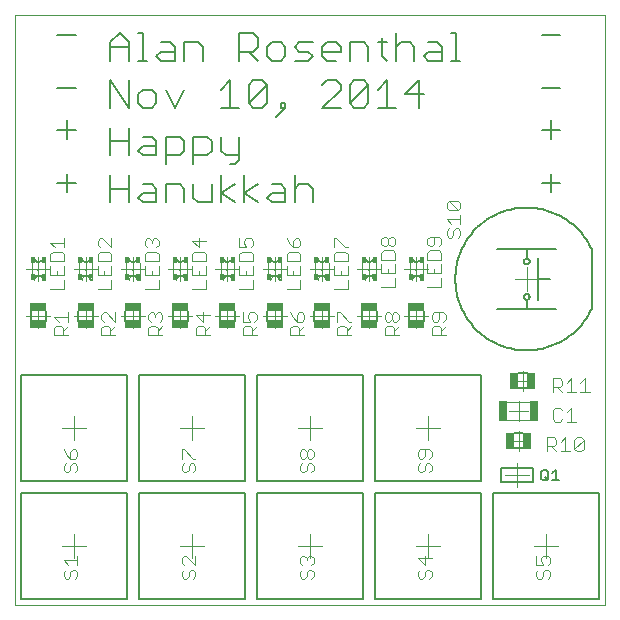
<source format=gto>
G75*
%MOIN*%
%OFA0B0*%
%FSLAX24Y24*%
%IPPOS*%
%LPD*%
%AMOC8*
5,1,8,0,0,1.08239X$1,22.5*
%
%ADD10C,0.0000*%
%ADD11C,0.0080*%
%ADD12C,0.0050*%
%ADD13C,0.0040*%
%ADD14R,0.0128X0.0197*%
%ADD15R,0.0059X0.0098*%
%ADD16R,0.0157X0.0069*%
%ADD17R,0.0079X0.0079*%
%ADD18R,0.0118X0.0118*%
%ADD19R,0.0128X0.0030*%
%ADD20R,0.0295X0.0669*%
%ADD21C,0.0060*%
%ADD22R,0.0256X0.0551*%
%ADD23R,0.0551X0.0256*%
D10*
X000180Y000180D02*
X000180Y019865D01*
X019865Y019865D01*
X019865Y000180D01*
X000180Y000180D01*
X001749Y002149D02*
X002549Y002149D01*
X002149Y001749D02*
X002149Y002549D01*
X002149Y005686D02*
X002149Y006486D01*
X001749Y006086D02*
X002549Y006086D01*
X005686Y006086D02*
X006486Y006086D01*
X006086Y005686D02*
X006086Y006486D01*
X005692Y009426D02*
X005692Y010226D01*
X005292Y009826D02*
X006092Y009826D01*
X006867Y009826D02*
X007667Y009826D01*
X007267Y009426D02*
X007267Y010226D01*
X007267Y011000D02*
X007267Y011800D01*
X006867Y011400D02*
X007667Y011400D01*
X008441Y011400D02*
X009241Y011400D01*
X008841Y011000D02*
X008841Y011800D01*
X010016Y011400D02*
X010816Y011400D01*
X010416Y011000D02*
X010416Y011800D01*
X011591Y011400D02*
X012391Y011400D01*
X011991Y011000D02*
X011991Y011800D01*
X013166Y011400D02*
X013966Y011400D01*
X013566Y011000D02*
X013566Y011800D01*
X013566Y010226D02*
X013566Y009426D01*
X013166Y009826D02*
X013966Y009826D01*
X012391Y009826D02*
X011591Y009826D01*
X011991Y009426D02*
X011991Y010226D01*
X010816Y009826D02*
X010016Y009826D01*
X010416Y009426D02*
X010416Y010226D01*
X009241Y009826D02*
X008441Y009826D01*
X008841Y009426D02*
X008841Y010226D01*
X006092Y011400D02*
X005292Y011400D01*
X005692Y011000D02*
X005692Y011800D01*
X004517Y011400D02*
X003717Y011400D01*
X004117Y011000D02*
X004117Y011800D01*
X002942Y011400D02*
X002142Y011400D01*
X002542Y011000D02*
X002542Y011800D01*
X001367Y011400D02*
X000567Y011400D01*
X000967Y011000D02*
X000967Y011800D01*
X000967Y010226D02*
X000967Y009426D01*
X000567Y009826D02*
X001367Y009826D01*
X002142Y009826D02*
X002942Y009826D01*
X002542Y009426D02*
X002542Y010226D01*
X003717Y009826D02*
X004517Y009826D01*
X004117Y009426D02*
X004117Y010226D01*
X009623Y006086D02*
X010423Y006086D01*
X010023Y005686D02*
X010023Y006486D01*
X013560Y006086D02*
X014360Y006086D01*
X013960Y005686D02*
X013960Y006486D01*
X016514Y004511D02*
X017310Y004511D01*
X016912Y004113D02*
X016912Y004909D01*
X016971Y005337D02*
X016971Y005976D01*
X016652Y005656D02*
X017291Y005656D01*
X016971Y006332D02*
X016971Y006981D01*
X016647Y006656D02*
X017296Y006656D01*
X017109Y007329D02*
X017109Y007992D01*
X016778Y007660D02*
X017440Y007660D01*
X017243Y010654D02*
X017243Y011454D01*
X016843Y011054D02*
X017643Y011054D01*
X017897Y002549D02*
X017897Y001749D01*
X017497Y002149D02*
X018297Y002149D01*
X014360Y002149D02*
X013560Y002149D01*
X013960Y001749D02*
X013960Y002549D01*
X010423Y002149D02*
X009623Y002149D01*
X010023Y001749D02*
X010023Y002549D01*
X006486Y002149D02*
X005686Y002149D01*
X006086Y001749D02*
X006086Y002549D01*
D11*
X016399Y004291D02*
X016399Y004741D01*
X017449Y004741D01*
X017449Y004291D01*
X016399Y004291D01*
X010122Y013606D02*
X010122Y014066D01*
X009969Y014220D01*
X009662Y014220D01*
X009508Y014066D01*
X009201Y014066D02*
X009201Y013606D01*
X008741Y013606D01*
X008587Y013759D01*
X008741Y013913D01*
X009201Y013913D01*
X009201Y014066D02*
X009048Y014220D01*
X008741Y014220D01*
X008280Y014220D02*
X007820Y013913D01*
X008280Y013606D01*
X007820Y013606D02*
X007820Y014527D01*
X007513Y014220D02*
X007053Y013913D01*
X007513Y013606D01*
X007053Y013606D02*
X007053Y014527D01*
X007360Y014874D02*
X007513Y014874D01*
X007667Y015027D01*
X007667Y015794D01*
X007667Y015181D02*
X007206Y015181D01*
X007053Y015334D01*
X007053Y015794D01*
X006746Y015641D02*
X006746Y015334D01*
X006592Y015181D01*
X006132Y015181D01*
X005825Y015334D02*
X005672Y015181D01*
X005211Y015181D01*
X004904Y015181D02*
X004444Y015181D01*
X004290Y015334D01*
X004444Y015488D01*
X004904Y015488D01*
X004904Y015641D02*
X004904Y015181D01*
X005211Y014874D02*
X005211Y015794D01*
X005672Y015794D01*
X005825Y015641D01*
X005825Y015334D01*
X006132Y014874D02*
X006132Y015794D01*
X006592Y015794D01*
X006746Y015641D01*
X007053Y016755D02*
X007667Y016755D01*
X007974Y016909D02*
X008587Y017523D01*
X008587Y016909D01*
X008434Y016755D01*
X008127Y016755D01*
X007974Y016909D01*
X007974Y017523D01*
X008127Y017676D01*
X008434Y017676D01*
X008587Y017523D01*
X009048Y016909D02*
X009048Y016755D01*
X009201Y016755D01*
X009201Y016909D01*
X009048Y016909D01*
X009201Y016755D02*
X008894Y016449D01*
X007360Y016755D02*
X007360Y017676D01*
X007053Y017369D01*
X007667Y018330D02*
X007667Y019251D01*
X008127Y019251D01*
X008280Y019098D01*
X008280Y018791D01*
X008127Y018637D01*
X007667Y018637D01*
X007974Y018637D02*
X008280Y018330D01*
X008587Y018484D02*
X008741Y018330D01*
X009048Y018330D01*
X009201Y018484D01*
X009201Y018791D01*
X009048Y018944D01*
X008741Y018944D01*
X008587Y018791D01*
X008587Y018484D01*
X009508Y018330D02*
X009969Y018330D01*
X010122Y018484D01*
X009969Y018637D01*
X009662Y018637D01*
X009508Y018791D01*
X009662Y018944D01*
X010122Y018944D01*
X010429Y018791D02*
X010582Y018944D01*
X010889Y018944D01*
X011043Y018791D01*
X011043Y018637D01*
X010429Y018637D01*
X010429Y018484D02*
X010429Y018791D01*
X010429Y018484D02*
X010582Y018330D01*
X010889Y018330D01*
X011350Y018330D02*
X011350Y018944D01*
X011810Y018944D01*
X011964Y018791D01*
X011964Y018330D01*
X012424Y018484D02*
X012577Y018330D01*
X012424Y018484D02*
X012424Y019098D01*
X012271Y018944D02*
X012577Y018944D01*
X012884Y018791D02*
X013038Y018944D01*
X013345Y018944D01*
X013498Y018791D01*
X013498Y018330D01*
X013805Y018484D02*
X013959Y018637D01*
X014419Y018637D01*
X014419Y018791D02*
X014419Y018330D01*
X013959Y018330D01*
X013805Y018484D01*
X013959Y018944D02*
X014266Y018944D01*
X014419Y018791D01*
X014726Y019251D02*
X014879Y019251D01*
X014879Y018330D01*
X014726Y018330D02*
X015033Y018330D01*
X013652Y017676D02*
X013191Y017216D01*
X013805Y017216D01*
X013652Y017676D02*
X013652Y016755D01*
X012884Y016755D02*
X012271Y016755D01*
X012577Y016755D02*
X012577Y017676D01*
X012271Y017369D01*
X011964Y017523D02*
X011964Y016909D01*
X011810Y016755D01*
X011503Y016755D01*
X011350Y016909D01*
X011964Y017523D01*
X011810Y017676D01*
X011503Y017676D01*
X011350Y017523D01*
X011350Y016909D01*
X011043Y016755D02*
X010429Y016755D01*
X011043Y017369D01*
X011043Y017523D01*
X010889Y017676D01*
X010582Y017676D01*
X010429Y017523D01*
X012884Y018330D02*
X012884Y019251D01*
X009508Y014527D02*
X009508Y013606D01*
X006746Y013606D02*
X006746Y014220D01*
X006132Y014220D02*
X006132Y013759D01*
X006285Y013606D01*
X006746Y013606D01*
X005825Y013606D02*
X005825Y014066D01*
X005672Y014220D01*
X005211Y014220D01*
X005211Y013606D01*
X004904Y013606D02*
X004444Y013606D01*
X004290Y013759D01*
X004444Y013913D01*
X004904Y013913D01*
X004904Y014066D02*
X004904Y013606D01*
X004904Y014066D02*
X004751Y014220D01*
X004444Y014220D01*
X003983Y014066D02*
X003370Y014066D01*
X003370Y013606D02*
X003370Y014527D01*
X003983Y014527D02*
X003983Y013606D01*
X003983Y015181D02*
X003983Y016101D01*
X003983Y015641D02*
X003370Y015641D01*
X003370Y015181D02*
X003370Y016101D01*
X003370Y016755D02*
X003370Y017676D01*
X003983Y016755D01*
X003983Y017676D01*
X004290Y017216D02*
X004290Y016909D01*
X004444Y016755D01*
X004751Y016755D01*
X004904Y016909D01*
X004904Y017216D01*
X004751Y017369D01*
X004444Y017369D01*
X004290Y017216D01*
X005211Y017369D02*
X005518Y016755D01*
X005825Y017369D01*
X005825Y018330D02*
X005825Y018944D01*
X006285Y018944D01*
X006439Y018791D01*
X006439Y018330D01*
X005518Y018330D02*
X005058Y018330D01*
X004904Y018484D01*
X005058Y018637D01*
X005518Y018637D01*
X005518Y018791D02*
X005518Y018330D01*
X005518Y018791D02*
X005365Y018944D01*
X005058Y018944D01*
X004444Y019251D02*
X004444Y018330D01*
X004597Y018330D02*
X004290Y018330D01*
X003983Y018330D02*
X003983Y018944D01*
X003677Y019251D01*
X003370Y018944D01*
X003370Y018330D01*
X003370Y018791D02*
X003983Y018791D01*
X004290Y019251D02*
X004444Y019251D01*
X002212Y019184D02*
X001598Y019184D01*
X001598Y017413D02*
X002212Y017413D01*
X001905Y016342D02*
X001905Y015728D01*
X001598Y016035D02*
X002212Y016035D01*
X001905Y014570D02*
X001905Y013956D01*
X001598Y014263D02*
X002212Y014263D01*
X004444Y015794D02*
X004751Y015794D01*
X004904Y015641D01*
X017740Y016035D02*
X018354Y016035D01*
X018047Y016342D02*
X018047Y015728D01*
X018047Y014570D02*
X018047Y013956D01*
X017740Y014263D02*
X018354Y014263D01*
X018354Y017413D02*
X017740Y017413D01*
X017740Y019184D02*
X018354Y019184D01*
D12*
X018227Y012038D02*
X017243Y012038D01*
X017243Y011743D01*
X017145Y011645D02*
X017147Y011664D01*
X017152Y011683D01*
X017162Y011699D01*
X017174Y011714D01*
X017189Y011726D01*
X017205Y011736D01*
X017224Y011741D01*
X017243Y011743D01*
X017262Y011741D01*
X017281Y011736D01*
X017297Y011726D01*
X017312Y011714D01*
X017324Y011699D01*
X017334Y011683D01*
X017339Y011664D01*
X017341Y011645D01*
X017339Y011626D01*
X017334Y011607D01*
X017324Y011591D01*
X017312Y011576D01*
X017297Y011564D01*
X017281Y011554D01*
X017262Y011549D01*
X017243Y011547D01*
X017224Y011549D01*
X017205Y011554D01*
X017189Y011564D01*
X017174Y011576D01*
X017162Y011591D01*
X017152Y011607D01*
X017147Y011626D01*
X017145Y011645D01*
X017243Y012038D02*
X016259Y012038D01*
X019409Y012038D02*
X019367Y012125D01*
X019322Y012211D01*
X019273Y012294D01*
X019222Y012375D01*
X019166Y012454D01*
X019108Y012531D01*
X019047Y012605D01*
X018982Y012677D01*
X018915Y012746D01*
X018845Y012812D01*
X018773Y012876D01*
X018698Y012936D01*
X018620Y012994D01*
X018540Y013048D01*
X018459Y013099D01*
X018375Y013147D01*
X018289Y013191D01*
X018202Y013231D01*
X018113Y013268D01*
X018022Y013302D01*
X017931Y013331D01*
X017838Y013357D01*
X017744Y013380D01*
X017649Y013398D01*
X017554Y013413D01*
X017458Y013423D01*
X017362Y013430D01*
X017266Y013433D01*
X017169Y013432D01*
X017073Y013427D01*
X016977Y013418D01*
X016882Y013405D01*
X016787Y013389D01*
X016692Y013368D01*
X016599Y013344D01*
X016507Y013316D01*
X016416Y013285D01*
X016326Y013249D01*
X016238Y013210D01*
X016151Y013168D01*
X016067Y013122D01*
X015984Y013072D01*
X015903Y013020D01*
X015825Y012964D01*
X015748Y012905D01*
X015675Y012843D01*
X015603Y012778D01*
X015535Y012710D01*
X015469Y012639D01*
X015406Y012566D01*
X015347Y012491D01*
X015290Y012413D01*
X015237Y012332D01*
X015187Y012250D01*
X015140Y012166D01*
X015096Y012080D01*
X015057Y011992D01*
X015020Y011903D01*
X014988Y011812D01*
X014959Y011720D01*
X014934Y011627D01*
X014913Y011533D01*
X014895Y011438D01*
X014882Y011342D01*
X014872Y011247D01*
X014866Y011150D01*
X014864Y011054D01*
X014866Y010958D01*
X014872Y010861D01*
X014882Y010766D01*
X014895Y010670D01*
X014913Y010575D01*
X014934Y010481D01*
X014959Y010388D01*
X014988Y010296D01*
X015020Y010205D01*
X015057Y010116D01*
X015096Y010028D01*
X015140Y009942D01*
X015187Y009858D01*
X015237Y009776D01*
X015290Y009695D01*
X015347Y009617D01*
X015406Y009542D01*
X015469Y009469D01*
X015535Y009398D01*
X015603Y009330D01*
X015675Y009265D01*
X015748Y009203D01*
X015825Y009144D01*
X015903Y009088D01*
X015984Y009036D01*
X016067Y008986D01*
X016151Y008940D01*
X016238Y008898D01*
X016326Y008859D01*
X016416Y008823D01*
X016507Y008792D01*
X016599Y008764D01*
X016692Y008740D01*
X016787Y008719D01*
X016882Y008703D01*
X016977Y008690D01*
X017073Y008681D01*
X017169Y008676D01*
X017266Y008675D01*
X017362Y008678D01*
X017458Y008685D01*
X017554Y008695D01*
X017649Y008710D01*
X017744Y008728D01*
X017838Y008751D01*
X017931Y008777D01*
X018022Y008806D01*
X018113Y008840D01*
X018202Y008877D01*
X018289Y008917D01*
X018375Y008961D01*
X018459Y009009D01*
X018540Y009060D01*
X018620Y009114D01*
X018698Y009172D01*
X018773Y009232D01*
X018845Y009296D01*
X018915Y009362D01*
X018982Y009431D01*
X019047Y009503D01*
X019108Y009577D01*
X019166Y009654D01*
X019222Y009733D01*
X019273Y009814D01*
X019322Y009897D01*
X019367Y009983D01*
X019409Y010070D01*
X019408Y010070D02*
X019408Y012038D01*
X018030Y011054D02*
X017637Y011054D01*
X017637Y010365D01*
X017243Y010365D02*
X017243Y010070D01*
X016259Y010070D01*
X017243Y010070D02*
X018227Y010070D01*
X017145Y010463D02*
X017147Y010482D01*
X017152Y010501D01*
X017162Y010517D01*
X017174Y010532D01*
X017189Y010544D01*
X017205Y010554D01*
X017224Y010559D01*
X017243Y010561D01*
X017262Y010559D01*
X017281Y010554D01*
X017297Y010544D01*
X017312Y010532D01*
X017324Y010517D01*
X017334Y010501D01*
X017339Y010482D01*
X017341Y010463D01*
X017339Y010444D01*
X017334Y010425D01*
X017324Y010409D01*
X017312Y010394D01*
X017297Y010382D01*
X017281Y010372D01*
X017262Y010367D01*
X017243Y010365D01*
X017224Y010367D01*
X017205Y010372D01*
X017189Y010382D01*
X017174Y010394D01*
X017162Y010409D01*
X017152Y010425D01*
X017147Y010444D01*
X017145Y010463D01*
X017637Y011054D02*
X017637Y011743D01*
X015731Y007857D02*
X015731Y004314D01*
X012188Y004314D01*
X012188Y007857D01*
X015731Y007857D01*
X017783Y004689D02*
X017900Y004689D01*
X017958Y004631D01*
X017958Y004397D01*
X017900Y004339D01*
X017783Y004339D01*
X017725Y004397D01*
X017725Y004631D01*
X017783Y004689D01*
X017841Y004456D02*
X017958Y004339D01*
X018093Y004339D02*
X018327Y004339D01*
X018210Y004339D02*
X018210Y004689D01*
X018093Y004572D01*
X019668Y003920D02*
X019668Y000377D01*
X016125Y000377D01*
X016125Y003920D01*
X019668Y003920D01*
X015731Y003920D02*
X015731Y000377D01*
X012188Y000377D01*
X012188Y003920D01*
X015731Y003920D01*
X011794Y003920D02*
X011794Y000377D01*
X008251Y000377D01*
X008251Y003920D01*
X011794Y003920D01*
X011794Y004314D02*
X008251Y004314D01*
X008251Y007857D01*
X011794Y007857D01*
X011794Y004314D01*
X007857Y004314D02*
X004314Y004314D01*
X004314Y007857D01*
X007857Y007857D01*
X007857Y004314D01*
X007857Y003920D02*
X007857Y000377D01*
X004314Y000377D01*
X004314Y003920D01*
X007857Y003920D01*
X003920Y003920D02*
X003920Y000377D01*
X000377Y000377D01*
X000377Y003920D01*
X003920Y003920D01*
X003920Y004314D02*
X000377Y004314D01*
X000377Y007857D01*
X003920Y007857D01*
X003920Y004314D01*
D13*
X002266Y004682D02*
X002190Y004606D01*
X002266Y004682D02*
X002266Y004836D01*
X002190Y004912D01*
X002113Y004912D01*
X002036Y004836D01*
X002036Y004682D01*
X001959Y004606D01*
X001883Y004606D01*
X001806Y004682D01*
X001806Y004836D01*
X001883Y004912D01*
X002036Y005066D02*
X001883Y005219D01*
X001806Y005373D01*
X002036Y005296D02*
X002036Y005066D01*
X002190Y005066D01*
X002266Y005143D01*
X002266Y005296D01*
X002190Y005373D01*
X002113Y005373D01*
X002036Y005296D01*
X002266Y001830D02*
X002266Y001523D01*
X002266Y001676D02*
X001806Y001676D01*
X001959Y001523D01*
X001883Y001369D02*
X001806Y001292D01*
X001806Y001139D01*
X001883Y001062D01*
X001959Y001062D01*
X002036Y001139D01*
X002036Y001292D01*
X002113Y001369D01*
X002190Y001369D01*
X002266Y001292D01*
X002266Y001139D01*
X002190Y001062D01*
X005743Y001139D02*
X005820Y001062D01*
X005896Y001062D01*
X005973Y001139D01*
X005973Y001292D01*
X006050Y001369D01*
X006127Y001369D01*
X006203Y001292D01*
X006203Y001139D01*
X006127Y001062D01*
X005820Y001369D02*
X005743Y001292D01*
X005743Y001139D01*
X005820Y001523D02*
X005743Y001599D01*
X005743Y001753D01*
X005820Y001830D01*
X005896Y001830D01*
X006203Y001523D01*
X006203Y001830D01*
X006127Y004606D02*
X006203Y004682D01*
X006203Y004836D01*
X006127Y004912D01*
X006050Y004912D01*
X005973Y004836D01*
X005973Y004682D01*
X005896Y004606D01*
X005820Y004606D01*
X005743Y004682D01*
X005743Y004836D01*
X005820Y004912D01*
X005743Y005066D02*
X005743Y005373D01*
X005820Y005373D01*
X006127Y005066D01*
X006203Y005066D01*
X009680Y005143D02*
X009680Y005296D01*
X009757Y005373D01*
X009833Y005373D01*
X009910Y005296D01*
X009910Y005143D01*
X009833Y005066D01*
X009757Y005066D01*
X009680Y005143D01*
X009910Y005143D02*
X009987Y005066D01*
X010064Y005066D01*
X010140Y005143D01*
X010140Y005296D01*
X010064Y005373D01*
X009987Y005373D01*
X009910Y005296D01*
X009987Y004912D02*
X010064Y004912D01*
X010140Y004836D01*
X010140Y004682D01*
X010064Y004606D01*
X009910Y004682D02*
X009910Y004836D01*
X009987Y004912D01*
X009757Y004912D02*
X009680Y004836D01*
X009680Y004682D01*
X009757Y004606D01*
X009833Y004606D01*
X009910Y004682D01*
X009833Y001830D02*
X009757Y001830D01*
X009680Y001753D01*
X009680Y001599D01*
X009757Y001523D01*
X009757Y001369D02*
X009680Y001292D01*
X009680Y001139D01*
X009757Y001062D01*
X009833Y001062D01*
X009910Y001139D01*
X009910Y001292D01*
X009987Y001369D01*
X010064Y001369D01*
X010140Y001292D01*
X010140Y001139D01*
X010064Y001062D01*
X010064Y001523D02*
X010140Y001599D01*
X010140Y001753D01*
X010064Y001830D01*
X009987Y001830D01*
X009910Y001753D01*
X009910Y001676D01*
X009910Y001753D02*
X009833Y001830D01*
X013617Y001753D02*
X013847Y001523D01*
X013847Y001830D01*
X014077Y001753D02*
X013617Y001753D01*
X013694Y001369D02*
X013617Y001292D01*
X013617Y001139D01*
X013694Y001062D01*
X013770Y001062D01*
X013847Y001139D01*
X013847Y001292D01*
X013924Y001369D01*
X014001Y001369D01*
X014077Y001292D01*
X014077Y001139D01*
X014001Y001062D01*
X014001Y004606D02*
X014077Y004682D01*
X014077Y004836D01*
X014001Y004912D01*
X013924Y004912D01*
X013847Y004836D01*
X013847Y004682D01*
X013770Y004606D01*
X013694Y004606D01*
X013617Y004682D01*
X013617Y004836D01*
X013694Y004912D01*
X013694Y005066D02*
X013617Y005143D01*
X013617Y005296D01*
X013694Y005373D01*
X014001Y005373D01*
X014077Y005296D01*
X014077Y005143D01*
X014001Y005066D01*
X013847Y005143D02*
X013847Y005373D01*
X013847Y005143D02*
X013770Y005066D01*
X013694Y005066D01*
X016591Y006347D02*
X017351Y006347D01*
X017351Y006966D02*
X016591Y006966D01*
X017917Y005779D02*
X018147Y005779D01*
X018223Y005702D01*
X018223Y005548D01*
X018147Y005472D01*
X017917Y005472D01*
X018070Y005472D02*
X018223Y005318D01*
X018377Y005318D02*
X018684Y005318D01*
X018530Y005318D02*
X018530Y005779D01*
X018377Y005625D01*
X018837Y005702D02*
X018837Y005395D01*
X019144Y005702D01*
X019144Y005395D01*
X019068Y005318D01*
X018914Y005318D01*
X018837Y005395D01*
X018837Y005702D02*
X018914Y005779D01*
X019068Y005779D01*
X019144Y005702D01*
X018881Y006302D02*
X018574Y006302D01*
X018727Y006302D02*
X018727Y006763D01*
X018574Y006609D01*
X018420Y006686D02*
X018344Y006763D01*
X018190Y006763D01*
X018113Y006686D01*
X018113Y006379D01*
X018190Y006302D01*
X018344Y006302D01*
X018420Y006379D01*
X017917Y005779D02*
X017917Y005318D01*
X018113Y007287D02*
X018113Y007747D01*
X018344Y007747D01*
X018420Y007670D01*
X018420Y007517D01*
X018344Y007440D01*
X018113Y007440D01*
X018267Y007440D02*
X018420Y007287D01*
X018574Y007287D02*
X018881Y007287D01*
X019034Y007287D02*
X019341Y007287D01*
X019188Y007287D02*
X019188Y007747D01*
X019034Y007594D01*
X018727Y007747D02*
X018727Y007287D01*
X018574Y007594D02*
X018727Y007747D01*
X014546Y009175D02*
X014085Y009175D01*
X014085Y009405D01*
X014162Y009482D01*
X014316Y009482D01*
X014392Y009405D01*
X014392Y009175D01*
X014392Y009328D02*
X014546Y009482D01*
X014469Y009635D02*
X014546Y009712D01*
X014546Y009865D01*
X014469Y009942D01*
X014162Y009942D01*
X014085Y009865D01*
X014085Y009712D01*
X014162Y009635D01*
X014239Y009635D01*
X014316Y009712D01*
X014316Y009942D01*
X014392Y010779D02*
X013932Y010779D01*
X013792Y011036D02*
X013792Y011597D01*
X013932Y011546D02*
X013932Y011239D01*
X014392Y011239D01*
X014392Y011546D01*
X014392Y011700D02*
X014392Y011930D01*
X014316Y012006D01*
X014009Y012006D01*
X013932Y011930D01*
X013932Y011700D01*
X014392Y011700D01*
X014162Y011393D02*
X014162Y011239D01*
X014392Y011086D02*
X014392Y010779D01*
X013702Y011066D02*
X013704Y011078D01*
X013709Y011089D01*
X013717Y011098D01*
X013728Y011104D01*
X013740Y011107D01*
X013752Y011106D01*
X013764Y011102D01*
X013773Y011094D01*
X013780Y011084D01*
X013784Y011072D01*
X013784Y011060D01*
X013780Y011048D01*
X013773Y011038D01*
X013763Y011030D01*
X013752Y011026D01*
X013740Y011025D01*
X013728Y011028D01*
X013717Y011034D01*
X013709Y011043D01*
X013704Y011054D01*
X013702Y011066D01*
X013703Y011036D02*
X013698Y011058D01*
X013690Y011078D01*
X013679Y011096D01*
X013664Y011113D01*
X013648Y011127D01*
X013629Y011139D01*
X013609Y011147D01*
X013588Y011152D01*
X013566Y011154D01*
X013544Y011152D01*
X013523Y011147D01*
X013503Y011139D01*
X013484Y011127D01*
X013468Y011113D01*
X013453Y011096D01*
X013442Y011078D01*
X013434Y011058D01*
X013429Y011036D01*
X013339Y011194D02*
X013339Y011607D01*
X013429Y011765D02*
X013434Y011743D01*
X013442Y011723D01*
X013453Y011705D01*
X013468Y011688D01*
X013484Y011674D01*
X013503Y011662D01*
X013523Y011654D01*
X013544Y011649D01*
X013566Y011647D01*
X013588Y011649D01*
X013609Y011654D01*
X013629Y011662D01*
X013648Y011674D01*
X013664Y011688D01*
X013679Y011705D01*
X013690Y011723D01*
X013698Y011743D01*
X013703Y011765D01*
X014009Y012160D02*
X014085Y012160D01*
X014162Y012237D01*
X014162Y012467D01*
X014009Y012467D02*
X013932Y012390D01*
X013932Y012237D01*
X014009Y012160D01*
X014009Y012467D02*
X014316Y012467D01*
X014392Y012390D01*
X014392Y012237D01*
X014316Y012160D01*
X014650Y012432D02*
X014574Y012509D01*
X014574Y012662D01*
X014650Y012739D01*
X014804Y012662D02*
X014881Y012739D01*
X014957Y012739D01*
X015034Y012662D01*
X015034Y012509D01*
X014957Y012432D01*
X014804Y012509D02*
X014804Y012662D01*
X014804Y012509D02*
X014727Y012432D01*
X014650Y012432D01*
X014727Y012893D02*
X014574Y013046D01*
X015034Y013046D01*
X015034Y012893D02*
X015034Y013200D01*
X014957Y013353D02*
X014650Y013660D01*
X014957Y013660D01*
X015034Y013583D01*
X015034Y013430D01*
X014957Y013353D01*
X014650Y013353D01*
X014574Y013430D01*
X014574Y013583D01*
X014650Y013660D01*
X012865Y012390D02*
X012865Y012237D01*
X012788Y012160D01*
X012711Y012160D01*
X012635Y012237D01*
X012635Y012390D01*
X012711Y012467D01*
X012788Y012467D01*
X012865Y012390D01*
X012635Y012390D02*
X012558Y012467D01*
X012481Y012467D01*
X012404Y012390D01*
X012404Y012237D01*
X012481Y012160D01*
X012558Y012160D01*
X012635Y012237D01*
X012788Y012006D02*
X012481Y012006D01*
X012404Y011930D01*
X012404Y011700D01*
X012865Y011700D01*
X012865Y011930D01*
X012788Y012006D01*
X012865Y011546D02*
X012865Y011239D01*
X012404Y011239D01*
X012404Y011546D01*
X012217Y011597D02*
X012217Y011036D01*
X012127Y011066D02*
X012129Y011078D01*
X012134Y011089D01*
X012142Y011098D01*
X012153Y011104D01*
X012165Y011107D01*
X012177Y011106D01*
X012189Y011102D01*
X012198Y011094D01*
X012205Y011084D01*
X012209Y011072D01*
X012209Y011060D01*
X012205Y011048D01*
X012198Y011038D01*
X012188Y011030D01*
X012177Y011026D01*
X012165Y011025D01*
X012153Y011028D01*
X012142Y011034D01*
X012134Y011043D01*
X012129Y011054D01*
X012127Y011066D01*
X012128Y011036D02*
X012123Y011058D01*
X012115Y011078D01*
X012104Y011096D01*
X012089Y011113D01*
X012073Y011127D01*
X012054Y011139D01*
X012034Y011147D01*
X012013Y011152D01*
X011991Y011154D01*
X011969Y011152D01*
X011948Y011147D01*
X011928Y011139D01*
X011909Y011127D01*
X011893Y011113D01*
X011878Y011096D01*
X011867Y011078D01*
X011859Y011058D01*
X011854Y011036D01*
X011765Y011194D02*
X011765Y011607D01*
X011854Y011765D02*
X011859Y011743D01*
X011867Y011723D01*
X011878Y011705D01*
X011893Y011688D01*
X011909Y011674D01*
X011928Y011662D01*
X011948Y011654D01*
X011969Y011649D01*
X011991Y011647D01*
X012013Y011649D01*
X012034Y011654D01*
X012054Y011662D01*
X012073Y011674D01*
X012089Y011688D01*
X012104Y011705D01*
X012115Y011723D01*
X012123Y011743D01*
X012128Y011765D01*
X012635Y011393D02*
X012635Y011239D01*
X012865Y011086D02*
X012865Y010779D01*
X012404Y010779D01*
X012587Y009942D02*
X012664Y009942D01*
X012741Y009865D01*
X012741Y009712D01*
X012664Y009635D01*
X012587Y009635D01*
X012511Y009712D01*
X012511Y009865D01*
X012587Y009942D01*
X012741Y009865D02*
X012818Y009942D01*
X012894Y009942D01*
X012971Y009865D01*
X012971Y009712D01*
X012894Y009635D01*
X012818Y009635D01*
X012741Y009712D01*
X012741Y009482D02*
X012587Y009482D01*
X012511Y009405D01*
X012511Y009175D01*
X012971Y009175D01*
X012818Y009175D02*
X012818Y009405D01*
X012741Y009482D01*
X012818Y009328D02*
X012971Y009482D01*
X011396Y009482D02*
X011243Y009328D01*
X011243Y009405D02*
X011243Y009175D01*
X011396Y009175D02*
X010936Y009175D01*
X010936Y009405D01*
X011013Y009482D01*
X011166Y009482D01*
X011243Y009405D01*
X011319Y009635D02*
X011396Y009635D01*
X011319Y009635D02*
X011013Y009942D01*
X010936Y009942D01*
X010936Y009635D01*
X010814Y010724D02*
X011274Y010724D01*
X011274Y011031D01*
X011274Y011184D02*
X011274Y011491D01*
X011274Y011644D02*
X011274Y011875D01*
X011197Y011951D01*
X010891Y011951D01*
X010814Y011875D01*
X010814Y011644D01*
X011274Y011644D01*
X011044Y011337D02*
X011044Y011184D01*
X010814Y011184D02*
X011274Y011184D01*
X010814Y011184D02*
X010814Y011491D01*
X010643Y011597D02*
X010643Y011036D01*
X010552Y011066D02*
X010554Y011078D01*
X010559Y011089D01*
X010567Y011098D01*
X010578Y011104D01*
X010590Y011107D01*
X010602Y011106D01*
X010614Y011102D01*
X010623Y011094D01*
X010630Y011084D01*
X010634Y011072D01*
X010634Y011060D01*
X010630Y011048D01*
X010623Y011038D01*
X010613Y011030D01*
X010602Y011026D01*
X010590Y011025D01*
X010578Y011028D01*
X010567Y011034D01*
X010559Y011043D01*
X010554Y011054D01*
X010552Y011066D01*
X010553Y011036D02*
X010548Y011058D01*
X010540Y011078D01*
X010529Y011096D01*
X010514Y011113D01*
X010498Y011127D01*
X010479Y011139D01*
X010459Y011147D01*
X010438Y011152D01*
X010416Y011154D01*
X010394Y011152D01*
X010373Y011147D01*
X010353Y011139D01*
X010334Y011127D01*
X010318Y011113D01*
X010303Y011096D01*
X010292Y011078D01*
X010284Y011058D01*
X010279Y011036D01*
X010190Y011194D02*
X010190Y011607D01*
X010279Y011765D02*
X010284Y011743D01*
X010292Y011723D01*
X010303Y011705D01*
X010318Y011688D01*
X010334Y011674D01*
X010353Y011662D01*
X010373Y011654D01*
X010394Y011649D01*
X010416Y011647D01*
X010438Y011649D01*
X010459Y011654D01*
X010479Y011662D01*
X010498Y011674D01*
X010514Y011688D01*
X010529Y011705D01*
X010540Y011723D01*
X010548Y011743D01*
X010553Y011765D01*
X010814Y012105D02*
X010814Y012412D01*
X010891Y012412D01*
X011197Y012105D01*
X011274Y012105D01*
X009699Y012182D02*
X009699Y012335D01*
X009623Y012412D01*
X009546Y012412D01*
X009469Y012335D01*
X009469Y012105D01*
X009623Y012105D01*
X009699Y012182D01*
X009469Y012105D02*
X009316Y012258D01*
X009239Y012412D01*
X009316Y011951D02*
X009239Y011875D01*
X009239Y011644D01*
X009699Y011644D01*
X009699Y011875D01*
X009623Y011951D01*
X009316Y011951D01*
X009068Y011597D02*
X009068Y011036D01*
X008978Y011066D02*
X008980Y011078D01*
X008985Y011089D01*
X008993Y011098D01*
X009004Y011104D01*
X009016Y011107D01*
X009028Y011106D01*
X009040Y011102D01*
X009049Y011094D01*
X009056Y011084D01*
X009060Y011072D01*
X009060Y011060D01*
X009056Y011048D01*
X009049Y011038D01*
X009039Y011030D01*
X009028Y011026D01*
X009016Y011025D01*
X009004Y011028D01*
X008993Y011034D01*
X008985Y011043D01*
X008980Y011054D01*
X008978Y011066D01*
X008978Y011036D02*
X008973Y011058D01*
X008965Y011078D01*
X008954Y011096D01*
X008939Y011113D01*
X008923Y011127D01*
X008904Y011139D01*
X008884Y011147D01*
X008863Y011152D01*
X008841Y011154D01*
X008819Y011152D01*
X008798Y011147D01*
X008778Y011139D01*
X008759Y011127D01*
X008743Y011113D01*
X008728Y011096D01*
X008717Y011078D01*
X008709Y011058D01*
X008704Y011036D01*
X008615Y011194D02*
X008615Y011607D01*
X008704Y011765D02*
X008709Y011743D01*
X008717Y011723D01*
X008728Y011705D01*
X008743Y011688D01*
X008759Y011674D01*
X008778Y011662D01*
X008798Y011654D01*
X008819Y011649D01*
X008841Y011647D01*
X008863Y011649D01*
X008884Y011654D01*
X008904Y011662D01*
X008923Y011674D01*
X008939Y011688D01*
X008954Y011705D01*
X008965Y011723D01*
X008973Y011743D01*
X008978Y011765D01*
X009239Y011491D02*
X009239Y011184D01*
X009699Y011184D01*
X009699Y011491D01*
X009469Y011337D02*
X009469Y011184D01*
X009699Y011031D02*
X009699Y010724D01*
X009239Y010724D01*
X009361Y009942D02*
X009438Y009789D01*
X009591Y009635D01*
X009591Y009865D01*
X009668Y009942D01*
X009745Y009942D01*
X009821Y009865D01*
X009821Y009712D01*
X009745Y009635D01*
X009591Y009635D01*
X009591Y009482D02*
X009668Y009405D01*
X009668Y009175D01*
X009668Y009328D02*
X009821Y009482D01*
X009591Y009482D02*
X009438Y009482D01*
X009361Y009405D01*
X009361Y009175D01*
X009821Y009175D01*
X008247Y009175D02*
X007786Y009175D01*
X007786Y009405D01*
X007863Y009482D01*
X008016Y009482D01*
X008093Y009405D01*
X008093Y009175D01*
X008093Y009328D02*
X008247Y009482D01*
X008170Y009635D02*
X008247Y009712D01*
X008247Y009865D01*
X008170Y009942D01*
X008016Y009942D01*
X007940Y009865D01*
X007940Y009789D01*
X008016Y009635D01*
X007786Y009635D01*
X007786Y009942D01*
X007664Y010724D02*
X008125Y010724D01*
X008125Y011031D01*
X008125Y011184D02*
X008125Y011491D01*
X008125Y011644D02*
X008125Y011875D01*
X008048Y011951D01*
X007741Y011951D01*
X007664Y011875D01*
X007664Y011644D01*
X008125Y011644D01*
X007894Y011337D02*
X007894Y011184D01*
X007664Y011184D02*
X008125Y011184D01*
X007664Y011184D02*
X007664Y011491D01*
X007493Y011597D02*
X007493Y011036D01*
X007403Y011066D02*
X007405Y011078D01*
X007410Y011089D01*
X007418Y011098D01*
X007429Y011104D01*
X007441Y011107D01*
X007453Y011106D01*
X007465Y011102D01*
X007474Y011094D01*
X007481Y011084D01*
X007485Y011072D01*
X007485Y011060D01*
X007481Y011048D01*
X007474Y011038D01*
X007464Y011030D01*
X007453Y011026D01*
X007441Y011025D01*
X007429Y011028D01*
X007418Y011034D01*
X007410Y011043D01*
X007405Y011054D01*
X007403Y011066D01*
X007404Y011036D02*
X007399Y011058D01*
X007391Y011078D01*
X007380Y011096D01*
X007365Y011113D01*
X007349Y011127D01*
X007330Y011139D01*
X007310Y011147D01*
X007289Y011152D01*
X007267Y011154D01*
X007245Y011152D01*
X007224Y011147D01*
X007204Y011139D01*
X007185Y011127D01*
X007169Y011113D01*
X007154Y011096D01*
X007143Y011078D01*
X007135Y011058D01*
X007130Y011036D01*
X007040Y011194D02*
X007040Y011607D01*
X007130Y011765D02*
X007135Y011743D01*
X007143Y011723D01*
X007154Y011705D01*
X007169Y011688D01*
X007185Y011674D01*
X007204Y011662D01*
X007224Y011654D01*
X007245Y011649D01*
X007267Y011647D01*
X007289Y011649D01*
X007310Y011654D01*
X007330Y011662D01*
X007349Y011674D01*
X007365Y011688D01*
X007380Y011705D01*
X007391Y011723D01*
X007399Y011743D01*
X007404Y011765D01*
X007664Y012105D02*
X007894Y012105D01*
X007818Y012258D01*
X007818Y012335D01*
X007894Y012412D01*
X008048Y012412D01*
X008125Y012335D01*
X008125Y012182D01*
X008048Y012105D01*
X007664Y012105D02*
X007664Y012412D01*
X006550Y012335D02*
X006089Y012335D01*
X006320Y012105D01*
X006320Y012412D01*
X006473Y011951D02*
X006166Y011951D01*
X006089Y011875D01*
X006089Y011644D01*
X006550Y011644D01*
X006550Y011875D01*
X006473Y011951D01*
X006550Y011491D02*
X006550Y011184D01*
X006089Y011184D01*
X006089Y011491D01*
X005918Y011597D02*
X005918Y011036D01*
X005828Y011066D02*
X005830Y011078D01*
X005835Y011089D01*
X005843Y011098D01*
X005854Y011104D01*
X005866Y011107D01*
X005878Y011106D01*
X005890Y011102D01*
X005899Y011094D01*
X005906Y011084D01*
X005910Y011072D01*
X005910Y011060D01*
X005906Y011048D01*
X005899Y011038D01*
X005889Y011030D01*
X005878Y011026D01*
X005866Y011025D01*
X005854Y011028D01*
X005843Y011034D01*
X005835Y011043D01*
X005830Y011054D01*
X005828Y011066D01*
X005829Y011036D02*
X005824Y011058D01*
X005816Y011078D01*
X005805Y011096D01*
X005790Y011113D01*
X005774Y011127D01*
X005755Y011139D01*
X005735Y011147D01*
X005714Y011152D01*
X005692Y011154D01*
X005670Y011152D01*
X005649Y011147D01*
X005629Y011139D01*
X005610Y011127D01*
X005594Y011113D01*
X005579Y011096D01*
X005568Y011078D01*
X005560Y011058D01*
X005555Y011036D01*
X005465Y011194D02*
X005465Y011607D01*
X005555Y011765D02*
X005560Y011743D01*
X005568Y011723D01*
X005579Y011705D01*
X005594Y011688D01*
X005610Y011674D01*
X005629Y011662D01*
X005649Y011654D01*
X005670Y011649D01*
X005692Y011647D01*
X005714Y011649D01*
X005735Y011654D01*
X005755Y011662D01*
X005774Y011674D01*
X005790Y011688D01*
X005805Y011705D01*
X005816Y011723D01*
X005824Y011743D01*
X005829Y011765D01*
X006320Y011337D02*
X006320Y011184D01*
X006550Y011031D02*
X006550Y010724D01*
X006089Y010724D01*
X006442Y009942D02*
X006442Y009635D01*
X006211Y009865D01*
X006672Y009865D01*
X006672Y009482D02*
X006518Y009328D01*
X006518Y009405D02*
X006518Y009175D01*
X006672Y009175D02*
X006211Y009175D01*
X006211Y009405D01*
X006288Y009482D01*
X006442Y009482D01*
X006518Y009405D01*
X005097Y009482D02*
X004944Y009328D01*
X004944Y009405D02*
X004944Y009175D01*
X005097Y009175D02*
X004637Y009175D01*
X004637Y009405D01*
X004713Y009482D01*
X004867Y009482D01*
X004944Y009405D01*
X005020Y009635D02*
X005097Y009712D01*
X005097Y009865D01*
X005020Y009942D01*
X004944Y009942D01*
X004867Y009865D01*
X004867Y009789D01*
X004867Y009865D02*
X004790Y009942D01*
X004713Y009942D01*
X004637Y009865D01*
X004637Y009712D01*
X004713Y009635D01*
X004515Y010724D02*
X004975Y010724D01*
X004975Y011031D01*
X004975Y011184D02*
X004975Y011491D01*
X004975Y011644D02*
X004975Y011875D01*
X004898Y011951D01*
X004591Y011951D01*
X004515Y011875D01*
X004515Y011644D01*
X004975Y011644D01*
X004745Y011337D02*
X004745Y011184D01*
X004515Y011184D02*
X004975Y011184D01*
X004515Y011184D02*
X004515Y011491D01*
X004343Y011597D02*
X004343Y011036D01*
X004253Y011066D02*
X004255Y011078D01*
X004260Y011089D01*
X004268Y011098D01*
X004279Y011104D01*
X004291Y011107D01*
X004303Y011106D01*
X004315Y011102D01*
X004324Y011094D01*
X004331Y011084D01*
X004335Y011072D01*
X004335Y011060D01*
X004331Y011048D01*
X004324Y011038D01*
X004314Y011030D01*
X004303Y011026D01*
X004291Y011025D01*
X004279Y011028D01*
X004268Y011034D01*
X004260Y011043D01*
X004255Y011054D01*
X004253Y011066D01*
X004254Y011036D02*
X004249Y011058D01*
X004241Y011078D01*
X004230Y011096D01*
X004215Y011113D01*
X004199Y011127D01*
X004180Y011139D01*
X004160Y011147D01*
X004139Y011152D01*
X004117Y011154D01*
X004095Y011152D01*
X004074Y011147D01*
X004054Y011139D01*
X004035Y011127D01*
X004019Y011113D01*
X004004Y011096D01*
X003993Y011078D01*
X003985Y011058D01*
X003980Y011036D01*
X003891Y011194D02*
X003891Y011607D01*
X003980Y011765D02*
X003985Y011743D01*
X003993Y011723D01*
X004004Y011705D01*
X004019Y011688D01*
X004035Y011674D01*
X004054Y011662D01*
X004074Y011654D01*
X004095Y011649D01*
X004117Y011647D01*
X004139Y011649D01*
X004160Y011654D01*
X004180Y011662D01*
X004199Y011674D01*
X004215Y011688D01*
X004230Y011705D01*
X004241Y011723D01*
X004249Y011743D01*
X004254Y011765D01*
X004591Y012105D02*
X004515Y012182D01*
X004515Y012335D01*
X004591Y012412D01*
X004668Y012412D01*
X004745Y012335D01*
X004821Y012412D01*
X004898Y012412D01*
X004975Y012335D01*
X004975Y012182D01*
X004898Y012105D01*
X004745Y012258D02*
X004745Y012335D01*
X003400Y012412D02*
X003400Y012105D01*
X003093Y012412D01*
X003016Y012412D01*
X002940Y012335D01*
X002940Y012182D01*
X003016Y012105D01*
X003016Y011951D02*
X002940Y011875D01*
X002940Y011644D01*
X003400Y011644D01*
X003400Y011875D01*
X003323Y011951D01*
X003016Y011951D01*
X002769Y011597D02*
X002769Y011036D01*
X002678Y011066D02*
X002680Y011078D01*
X002685Y011089D01*
X002693Y011098D01*
X002704Y011104D01*
X002716Y011107D01*
X002728Y011106D01*
X002740Y011102D01*
X002749Y011094D01*
X002756Y011084D01*
X002760Y011072D01*
X002760Y011060D01*
X002756Y011048D01*
X002749Y011038D01*
X002739Y011030D01*
X002728Y011026D01*
X002716Y011025D01*
X002704Y011028D01*
X002693Y011034D01*
X002685Y011043D01*
X002680Y011054D01*
X002678Y011066D01*
X002679Y011036D02*
X002674Y011058D01*
X002666Y011078D01*
X002655Y011096D01*
X002640Y011113D01*
X002624Y011127D01*
X002605Y011139D01*
X002585Y011147D01*
X002564Y011152D01*
X002542Y011154D01*
X002520Y011152D01*
X002499Y011147D01*
X002479Y011139D01*
X002460Y011127D01*
X002444Y011113D01*
X002429Y011096D01*
X002418Y011078D01*
X002410Y011058D01*
X002405Y011036D01*
X002316Y011194D02*
X002316Y011607D01*
X002405Y011765D02*
X002410Y011743D01*
X002418Y011723D01*
X002429Y011705D01*
X002444Y011688D01*
X002460Y011674D01*
X002479Y011662D01*
X002499Y011654D01*
X002520Y011649D01*
X002542Y011647D01*
X002564Y011649D01*
X002585Y011654D01*
X002605Y011662D01*
X002624Y011674D01*
X002640Y011688D01*
X002655Y011705D01*
X002666Y011723D01*
X002674Y011743D01*
X002679Y011765D01*
X002940Y011491D02*
X002940Y011184D01*
X003400Y011184D01*
X003400Y011491D01*
X003170Y011337D02*
X003170Y011184D01*
X003400Y011031D02*
X003400Y010724D01*
X002940Y010724D01*
X003139Y009942D02*
X003062Y009865D01*
X003062Y009712D01*
X003139Y009635D01*
X003139Y009482D02*
X003292Y009482D01*
X003369Y009405D01*
X003369Y009175D01*
X003522Y009175D02*
X003062Y009175D01*
X003062Y009405D01*
X003139Y009482D01*
X003369Y009328D02*
X003522Y009482D01*
X003522Y009635D02*
X003215Y009942D01*
X003139Y009942D01*
X003522Y009942D02*
X003522Y009635D01*
X001947Y009635D02*
X001947Y009942D01*
X001947Y009789D02*
X001487Y009789D01*
X001640Y009635D01*
X001564Y009482D02*
X001717Y009482D01*
X001794Y009405D01*
X001794Y009175D01*
X001794Y009328D02*
X001947Y009482D01*
X001947Y009175D02*
X001487Y009175D01*
X001487Y009405D01*
X001564Y009482D01*
X001365Y010724D02*
X001825Y010724D01*
X001825Y011031D01*
X001825Y011184D02*
X001825Y011491D01*
X001825Y011644D02*
X001825Y011875D01*
X001749Y011951D01*
X001442Y011951D01*
X001365Y011875D01*
X001365Y011644D01*
X001825Y011644D01*
X001595Y011337D02*
X001595Y011184D01*
X001365Y011184D02*
X001825Y011184D01*
X001365Y011184D02*
X001365Y011491D01*
X001194Y011597D02*
X001194Y011036D01*
X001104Y011066D02*
X001106Y011078D01*
X001111Y011089D01*
X001119Y011098D01*
X001130Y011104D01*
X001142Y011107D01*
X001154Y011106D01*
X001166Y011102D01*
X001175Y011094D01*
X001182Y011084D01*
X001186Y011072D01*
X001186Y011060D01*
X001182Y011048D01*
X001175Y011038D01*
X001165Y011030D01*
X001154Y011026D01*
X001142Y011025D01*
X001130Y011028D01*
X001119Y011034D01*
X001111Y011043D01*
X001106Y011054D01*
X001104Y011066D01*
X001104Y011036D02*
X001099Y011058D01*
X001091Y011078D01*
X001080Y011096D01*
X001065Y011113D01*
X001049Y011127D01*
X001030Y011139D01*
X001010Y011147D01*
X000989Y011152D01*
X000967Y011154D01*
X000945Y011152D01*
X000924Y011147D01*
X000904Y011139D01*
X000885Y011127D01*
X000869Y011113D01*
X000854Y011096D01*
X000843Y011078D01*
X000835Y011058D01*
X000830Y011036D01*
X000741Y011194D02*
X000741Y011607D01*
X000830Y011765D02*
X000835Y011743D01*
X000843Y011723D01*
X000854Y011705D01*
X000869Y011688D01*
X000885Y011674D01*
X000904Y011662D01*
X000924Y011654D01*
X000945Y011649D01*
X000967Y011647D01*
X000989Y011649D01*
X001010Y011654D01*
X001030Y011662D01*
X001049Y011674D01*
X001065Y011688D01*
X001080Y011705D01*
X001091Y011723D01*
X001099Y011743D01*
X001104Y011765D01*
X001518Y012105D02*
X001365Y012258D01*
X001825Y012258D01*
X001825Y012105D02*
X001825Y012412D01*
X017554Y001830D02*
X017554Y001523D01*
X017784Y001523D01*
X017707Y001676D01*
X017707Y001753D01*
X017784Y001830D01*
X017938Y001830D01*
X018014Y001753D01*
X018014Y001599D01*
X017938Y001523D01*
X017938Y001369D02*
X018014Y001292D01*
X018014Y001139D01*
X017938Y001062D01*
X017784Y001139D02*
X017784Y001292D01*
X017861Y001369D01*
X017938Y001369D01*
X017784Y001139D02*
X017707Y001062D01*
X017631Y001062D01*
X017554Y001139D01*
X017554Y001292D01*
X017631Y001369D01*
D14*
X013384Y011105D03*
X013384Y011696D03*
X013748Y011696D03*
X012173Y011696D03*
X011809Y011696D03*
X011809Y011105D03*
X010598Y011696D03*
X010234Y011696D03*
X010234Y011105D03*
X009024Y011696D03*
X008659Y011696D03*
X008659Y011105D03*
X007449Y011696D03*
X007085Y011696D03*
X007085Y011105D03*
X005874Y011696D03*
X005510Y011696D03*
X005510Y011105D03*
X004299Y011696D03*
X003935Y011696D03*
X003935Y011105D03*
X002724Y011696D03*
X002360Y011696D03*
X002360Y011105D03*
X001149Y011696D03*
X000785Y011696D03*
X000785Y011105D03*
D15*
X000869Y011154D03*
X001066Y011154D03*
X001066Y011647D03*
X000869Y011647D03*
X002444Y011647D03*
X002641Y011647D03*
X002641Y011154D03*
X002444Y011154D03*
X004019Y011154D03*
X004215Y011154D03*
X004215Y011647D03*
X004019Y011647D03*
X005593Y011647D03*
X005790Y011647D03*
X005790Y011154D03*
X005593Y011154D03*
X007168Y011154D03*
X007365Y011154D03*
X007365Y011647D03*
X007168Y011647D03*
X008743Y011647D03*
X008940Y011647D03*
X008940Y011154D03*
X008743Y011154D03*
X010318Y011154D03*
X010515Y011154D03*
X010515Y011647D03*
X010318Y011647D03*
X011893Y011647D03*
X012089Y011647D03*
X012089Y011154D03*
X011893Y011154D03*
X013467Y011154D03*
X013664Y011154D03*
X013664Y011647D03*
X013467Y011647D03*
D16*
X013566Y011632D03*
X013566Y011169D03*
X011991Y011169D03*
X011991Y011632D03*
X010416Y011632D03*
X010416Y011169D03*
X008841Y011169D03*
X008841Y011632D03*
X007267Y011632D03*
X007267Y011169D03*
X005692Y011169D03*
X005692Y011632D03*
X004117Y011632D03*
X004117Y011169D03*
X002542Y011169D03*
X002542Y011632D03*
X000967Y011632D03*
X000967Y011169D03*
D17*
X000967Y011361D03*
X002542Y011361D03*
X004117Y011361D03*
X005692Y011361D03*
X007267Y011361D03*
X008841Y011361D03*
X010416Y011361D03*
X011991Y011361D03*
X013566Y011361D03*
D18*
X013743Y011145D03*
X012168Y011145D03*
X010593Y011145D03*
X009019Y011145D03*
X007444Y011145D03*
X005869Y011145D03*
X004294Y011145D03*
X002719Y011145D03*
X001145Y011145D03*
D19*
X001149Y011022D03*
X002724Y011022D03*
X004299Y011022D03*
X005874Y011022D03*
X007449Y011022D03*
X009024Y011022D03*
X010598Y011022D03*
X012173Y011022D03*
X013748Y011022D03*
D20*
X016449Y006656D03*
X017494Y006657D03*
D21*
X017271Y007410D02*
X016948Y007410D01*
X016948Y007910D02*
X017271Y007910D01*
X017133Y005906D02*
X016810Y005906D01*
X016810Y005406D02*
X017133Y005406D01*
X013816Y009664D02*
X013816Y009987D01*
X013316Y009987D02*
X013316Y009664D01*
X012241Y009664D02*
X012241Y009987D01*
X011741Y009987D02*
X011741Y009664D01*
X010666Y009664D02*
X010666Y009987D01*
X010166Y009987D02*
X010166Y009664D01*
X009091Y009664D02*
X009091Y009987D01*
X008591Y009987D02*
X008591Y009664D01*
X007517Y009664D02*
X007517Y009987D01*
X007017Y009987D02*
X007017Y009664D01*
X005942Y009664D02*
X005942Y009987D01*
X005442Y009987D02*
X005442Y009664D01*
X004367Y009664D02*
X004367Y009987D01*
X003867Y009987D02*
X003867Y009664D01*
X002792Y009664D02*
X002792Y009987D01*
X002292Y009987D02*
X002292Y009664D01*
X001217Y009664D02*
X001217Y009987D01*
X000717Y009987D02*
X000717Y009664D01*
D22*
X016821Y007660D03*
X017401Y007660D03*
X017259Y005657D03*
X016679Y005657D03*
D23*
X013566Y009538D03*
X013566Y010118D03*
X011992Y010118D03*
X011992Y009538D03*
X010417Y009538D03*
X010417Y010118D03*
X008842Y010118D03*
X008842Y009538D03*
X007267Y009538D03*
X007267Y010118D03*
X005692Y010118D03*
X005692Y009538D03*
X004118Y009538D03*
X004118Y010118D03*
X002543Y010118D03*
X002543Y009538D03*
X000968Y009538D03*
X000968Y010118D03*
M02*

</source>
